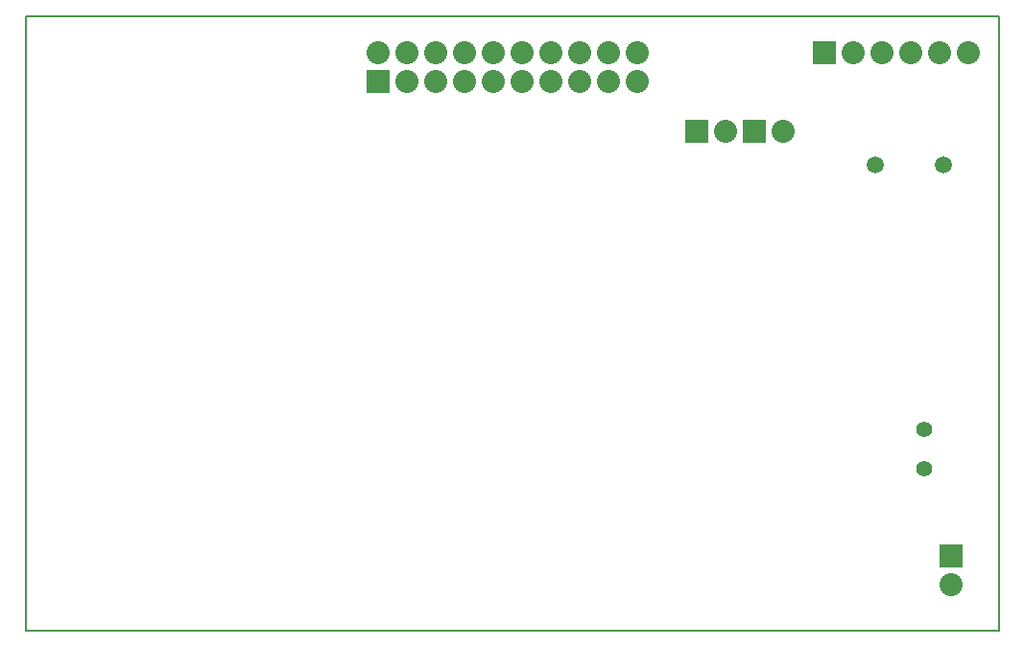
<source format=gbs>
G04 (created by PCBNEW (2013-may-18)-stable) date So 27 Okt 2013 12:43:41 CET*
%MOIN*%
G04 Gerber Fmt 3.4, Leading zero omitted, Abs format*
%FSLAX34Y34*%
G01*
G70*
G90*
G04 APERTURE LIST*
%ADD10C,0.00590551*%
%ADD11C,0.008*%
%ADD12R,0.08X0.08*%
%ADD13C,0.08*%
%ADD14C,0.0554*%
%ADD15C,0.0594*%
G04 APERTURE END LIST*
G54D10*
G54D11*
X14450Y-56300D02*
X14450Y-34950D01*
X48250Y-56300D02*
X14450Y-56300D01*
X48250Y-34950D02*
X48250Y-56300D01*
X15250Y-34950D02*
X48250Y-34950D01*
X14450Y-34950D02*
X15250Y-34950D01*
G54D12*
X42200Y-36200D03*
G54D13*
X43200Y-36200D03*
X44200Y-36200D03*
X45200Y-36200D03*
X46200Y-36200D03*
X47200Y-36200D03*
G54D14*
X45650Y-50689D03*
X45650Y-49311D03*
G54D12*
X46600Y-53700D03*
G54D13*
X46600Y-54700D03*
G54D12*
X26700Y-37200D03*
G54D13*
X26700Y-36200D03*
X27700Y-37200D03*
X27700Y-36200D03*
X28700Y-37200D03*
X28700Y-36200D03*
X29700Y-37200D03*
X29700Y-36200D03*
X30700Y-37200D03*
X30700Y-36200D03*
X31700Y-37200D03*
X31700Y-36200D03*
X32700Y-37200D03*
X32700Y-36200D03*
X33700Y-37200D03*
X33700Y-36200D03*
X34700Y-37200D03*
X34700Y-36200D03*
X35700Y-37200D03*
X35700Y-36200D03*
G54D12*
X37750Y-38950D03*
G54D13*
X38750Y-38950D03*
G54D12*
X39750Y-38950D03*
G54D13*
X40750Y-38950D03*
G54D15*
X46331Y-40100D03*
X43969Y-40100D03*
M02*

</source>
